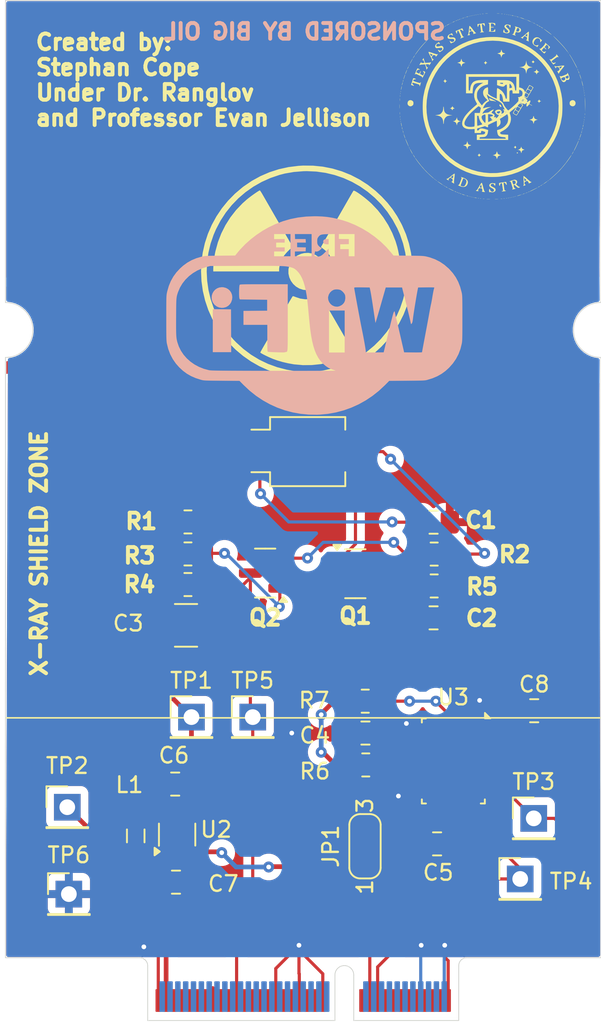
<source format=kicad_pcb>
(kicad_pcb (version 20241229) (generator "pcbnew") (generator_version "9.0")
  (title_block (title "M2 Payload Board") (date "2024-12-29") (rev "1") (company "TEXAS STATE SPACE LAB") (comment 1 "STEPHAN COPE"))
  (layers (0 "F.Cu" signal) (2 "B.Cu" signal) (13 "F.Paste" user) (15 "B.Paste" user) (5 "F.SilkS" user "F.Silkscreen") (7 "B.SilkS" user "B.Silkscreen") (1 "F.Mask" user) (3 "B.Mask" user) (25 "Edge.Cuts" user))
  (net 0 "")
  (net 1 "Net-(D1-K)")
  (net 2 "GND")
  (net 3 "Net-(Q2-E)")
  (net 4 "+5V")
  (net 5 "3.3V")
  (net 6 "Net-(D1-A)")
  (net 17 "AnalogOut1")
  (net 27 "SCL")
  (net 29 "SDA")
  (net 33 "Net-(U3-CAP)")
  (net 43 "unconnected-(J2-F7-Pad61)")
  (net 44 "Net-(Q1-C)")
  (net 45 "Net-(U2-SW)")
  (net 46 "/NRST")
  (net 47 "/NBOOT")
  (net 61 "Net-(JP1-C)")
  (footprint "clipboard:1ed5f63a-43b4-4f26-98b1-b340891fc41e" (layer "F.Cu") (at 129.25 90.39)
    (property "Reference" "" (at 0 0 0) (layer "F.SilkS") (effects (font (size 1.27 1.27))))
    (property "Value" "")
    (pad "76" smd custom (at 0 0) (size 0.254 0.254) (layers "F.Cu" "F.Mask") (net 2 "GND") (options (clearance outline) (anchor circle)) (primitives (gr_poly (pts (xy -1.760412 -2.693444) (xy -1.432764 -2.596636) (xy -1.119232 -2.460904) (xy -0.824422 -2.288241) (xy -0.552664 -2.081185) (xy -0.307948 -1.842774) (xy -0.09387 -1.576511) (xy 0.086427 -1.286308) (xy 0.230295 -0.976425) (xy 0.335621 -0.651414) (xy 0.400857 -0.31605) (xy 0.425057 0.024911) (xy 0.403244 0.366712) (xy 0.339835 0.703134) (xy 0.235774 1.029281) (xy 0.09262 1.340259) (xy -0.087478 1.631403) (xy -0.301819 1.898346) (xy -0.547187 2.137083) (xy -0.8199 2.344031) (xy -1.115869 2.516087) (xy -1.43136 2.650972) (xy -2.125 2.806214) (xy -2.125 2.003231) (xy -1.839643 1.963611) (xy -1.585462 1.890309) (xy -1.344294 1.781576) (xy -1.121069 1.639637) (xy -0.920302 1.467364) (xy -0.746103 1.268278) (xy -0.602008 1.046426) (xy -0.490954 0.806329) (xy -0.415198 0.552866) (xy -0.376286 0.291208) (xy -0.375 0.025) (xy -0.376286 -0.241207) (xy -0.415198 -0.502865) (xy -0.490954 -0.756328) (xy -0.602008 -0.996425) (xy -0.746103 -1.218277) (xy -0.920302 -1.417363) (xy -1.121069 -1.589636) (xy -1.344294 -1.731575) (xy -1.585462 -1.840308) (xy -1.839643 -1.91361) (xy -2.125 -1.953231) (xy -2.125 -2.754538)) (width 0) (fill yes))))
  )
  (footprint "Capacitor_SMD:C_0805_2012Metric_Pad1.18x1.45mm_HandSolder" (layer "F.Cu") (at 154.6137 123.1392)
    (property "Reference" "C5" (at 0.0723 1.8288 0) (layer "F.SilkS"))
    (property "Value" "120nF" (hide yes))
    (pad "1" smd roundrect (at -1.0375 0) (size 1.175 1.45) (layers "F.Cu" "F.Mask" "F.Paste") (roundrect_rratio 0.212766) (net 5 "3.3V"))
    (pad "2" smd roundrect (at 1.0375 0) (size 1.175 1.45) (layers "F.Cu" "F.Mask" "F.Paste") (roundrect_rratio 0.212766) (net 2 "GND"))
  )
  (footprint "Capacitor_SMD:C_0805_2012Metric_Pad1.18x1.45mm_HandSolder" (layer "F.Cu") (at 137.9005 119.3292)
    (property "Reference" "C6" (at -0.0801 -1.8288 0) (layer "F.SilkS"))
    (property "Value" "10uF" (hide yes))
    (pad "1" smd roundrect (at -1.0375 0) (size 1.175 1.45) (layers "F.Cu" "F.Mask" "F.Paste") (roundrect_rratio 0.212766) (net 2 "GND"))
    (pad "2" smd roundrect (at 1.0375 0) (size 1.175 1.45) (layers "F.Cu" "F.Mask" "F.Paste") (roundrect_rratio 0.212766) (net 4 "+5V"))
  )
  (footprint "OptoDevice:Osram_BPW34S-SMD" (layer "F.Cu") (at 146.3548 98.1456)
    (property "Reference" "D1" (at 0.01 -3.2 0) (layer "F.SilkS") (effects (font (thickness 0.25) (bold yes))))
    (property "Value" "BPW34-SMD")
    (pad "1" smd roundrect (at -3.05 0 180) (size 1.4 2) (layers "F.Cu" "F.Mask") (roundrect_rratio 0.125) (net 1 "Net-(D1-K)"))
    (pad "2" smd roundrect (at 3.05 0 180) (size 1.4 1.2) (layers "F.Cu" "F.Mask") (roundrect_rratio 0.125) (net 6 "Net-(D1-A)"))
  )
  (footprint "Resistor_SMD:R_0805_2012Metric_Pad1.20x1.40mm_HandSolder" (layer "F.Cu") (at 138.7148 104.6656 180)
    (property "Reference" "R3" (at 3.09 -0.11 180) (layer "F.SilkS") (effects (font (thickness 0.25) (bold yes))))
    (property "Value" "220k" (hide yes))
    (pad "1" smd roundrect (at -1 0 180) (size 1.2 1.4) (layers "F.Cu" "F.Mask" "F.Paste") (roundrect_rratio 0.208333) (net 44 "Net-(Q1-C)"))
    (pad "2" smd roundrect (at 1 0 180) (size 1.2 1.4) (layers "F.Cu" "F.Mask" "F.Paste") (roundrect_rratio 0.208333) (net 4 "+5V"))
  )
  (footprint "Capacitor_SMD:C_0805_2012Metric_Pad1.18x1.45mm_HandSolder" (layer "F.Cu") (at 137.9513 125.5776 180)
    (property "Reference" "C7" (at -3.0187 -0.1016 180) (layer "F.SilkS"))
    (property "Value" "1uF" (hide yes))
    (pad "1" smd roundrect (at -1.0375 0 180) (size 1.175 1.45) (layers "F.Cu" "F.Mask" "F.Paste") (roundrect_rratio 0.212766) (net 2 "GND"))
    (pad "2" smd roundrect (at 1.0375 0 180) (size 1.175 1.45) (layers "F.Cu" "F.Mask" "F.Paste") (roundrect_rratio 0.212766) (net 5 "3.3V"))
  )
  (footprint "Connector_PinHeader_2.54mm:PinHeader_1x01_P2.54mm_Vertical" (layer "F.Cu") (at 138.938 115.062)
    (property "Reference" "TP1" (at 0 -2.33 0) (layer "F.SilkS"))
    (property "Value" "TestPoint" (hide yes))
    (pad "1" thru_hole rect (at 0 0) (size 1.7 1.7) (drill 1) (layers "*.Cu" "*.Mask") (net 4 "+5V"))
  )
  (footprint "Resistor_SMD:R_0805_2012Metric_Pad1.20x1.40mm_HandSolder" (layer "F.Cu") (at 138.7148 102.6256)
    (property "Reference" "R1" (at -2.98 -0.04 0) (layer "F.SilkS") (effects (font (thickness 0.25) (bold yes))))
    (property "Value" "220k" (hide yes))
    (pad "1" smd roundrect (at -1 0) (size 1.2 1.4) (layers "F.Cu" "F.Mask" "F.Paste") (roundrect_rratio 0.208333) (net 4 "+5V"))
    (pad "2" smd roundrect (at 1 0) (size 1.2 1.4) (layers "F.Cu" "F.Mask" "F.Paste") (roundrect_rratio 0.208333) (net 1 "Net-(D1-K)"))
  )
  (footprint "Connector_PinHeader_2.54mm:PinHeader_1x01_P2.54mm_Vertical" (layer "F.Cu") (at 142.8496 115.062)
    (property "Reference" "TP5" (at 0 -2.33 0) (layer "F.SilkS"))
    (property "Value" "TestPoint" (hide yes))
    (pad "1" thru_hole rect (at 0 0) (size 1.7 1.7) (drill 1) (layers "*.Cu" "*.Mask") (net 17 "AnalogOut1"))
  )
  (footprint "Connector_PinHeader_2.54mm:PinHeader_1x01_P2.54mm_Vertical" (layer "F.Cu") (at 159.9184 125.3744)
    (property "Reference" "TP4" (at 3.2512 0.1524 0) (layer "F.SilkS"))
    (property "Value" "TestPoint" (hide yes))
    (pad "1" thru_hole rect (at 0 0) (size 1.7 1.7) (drill 1) (layers "*.Cu" "*.Mask") (net 27 "SCL"))
  )
  (footprint "main_board_footprints_V1.0:SL_Logo" (layer "F.Cu") (at 158.0896 75.946)
    (property "Reference" "REF**" (hide yes))
    (property "Value" "LOGO" (hide yes))
  )
  (footprint "Resistor_SMD:R_0805_2012Metric_Pad1.20x1.40mm_HandSolder" (layer "F.Cu") (at 154.4268 106.7056)
    (property "Reference" "R5" (at 3.05 0.05 0) (layer "F.SilkS") (effects (font (thickness 0.25) (bold yes))))
    (property "Value" "1k" (hide yes))
    (pad "1" smd roundrect (at -1 0) (size 1.2 1.4) (layers "F.Cu" "F.Mask" "F.Paste") (roundrect_rratio 0.208333) (net 3 "Net-(Q2-E)"))
    (pad "2" smd roundrect (at 1 0) (size 1.2 1.4) (layers "F.Cu" "F.Mask" "F.Paste") (roundrect_rratio 0.208333) (net 2 "GND"))
  )
  (footprint "Connector_PinHeader_2.54mm:PinHeader_1x01_P2.54mm_Vertical" (layer "F.Cu") (at 131.1148 126.3396)
    (property "Reference" "TP6" (at 0 -2.4892 0) (layer "F.SilkS"))
    (property "Value" "TestPoint" (hide yes))
    (pad "1" thru_hole rect (at 0 0) (size 1.7 1.7) (drill 1) (layers "*.Cu" "*.Mask") (net 2 "GND"))
  )
  (footprint "Capacitor_SMD:C_0805_2012Metric_Pad1.18x1.45mm_HandSolder" (layer "F.Cu") (at 160.8113 114.6556)
    (property "Reference" "C8" (at 0 -1.68 0) (layer "F.SilkS"))
    (property "Value" "100nF" (hide yes))
    (pad "1" smd roundrect (at -1.0375 0) (size 1.175 1.45) (layers "F.Cu" "F.Mask" "F.Paste") (roundrect_rratio 0.212766) (net 5 "3.3V"))
    (pad "2" smd roundrect (at 1.0375 0) (size 1.175 1.45) (layers "F.Cu" "F.Mask" "F.Paste") (roundrect_rratio 0.212766) (net 2 "GND"))
  )
  (footprint "Capacitor_SMD:C_0805_2012Metric_Pad1.18x1.45mm_HandSolder" (layer "F.Cu") (at 154.3893 108.7376 180)
    (property "Reference" "C2" (at -3.0695 -0.02 180) (layer "F.SilkS") (effects (font (thickness 0.25) (bold yes))))
    (property "Value" "10uF" (hide yes))
    (pad "1" smd roundrect (at -1.0375 0 180) (size 1.175 1.45) (layers "F.Cu" "F.Mask" "F.Paste") (roundrect_rratio 0.212766) (net 2 "GND"))
    (pad "2" smd roundrect (at 1.0375 0 180) (size 1.175 1.45) (layers "F.Cu" "F.Mask" "F.Paste") (roundrect_rratio 0.212766) (net 3 "Net-(Q2-E)"))
  )
  (footprint "Jumper:SolderJumper-3_P1.3mm_Open_RoundedPad1.0x1.5mm_NumberLabels" (layer "F.Cu") (at 150.0124 123.2916 90)
    (property "Reference" "JP1" (at 0 -2.1844 270) (layer "F.SilkS"))
    (property "Value" "SolderJumper_3_Open" (hide yes))
    (fp_text user "3" (at 2.6 0 270) (layer "F.SilkS"))
    (fp_text user "1" (at -2.6 0 270) (layer "F.SilkS"))
    (pad "1" smd custom (at -1.3 0 90) (size 1 0.5) (layers "F.Cu" "F.Mask") (net 5 "3.3V") (options (clearance outline) (anchor rect)) (primitives (gr_circle (center 0 0.25) (end 0.5 0.25) (width 0) (fill yes)) (gr_circle (center 0 -0.25) (end 0.5 -0.25) (width 0) (fill yes)) (gr_poly (pts (xy 0.55 0.75) (xy 0 0.75) (xy 0 -0.75) (xy 0.55 -0.75)) (width 0) (fill yes))))
    (pad "2" smd rect (at 0 0 90) (size 1 1.5) (layers "F.Cu" "F.Mask") (net 61 "Net-(JP1-C)"))
    (pad "3" smd custom (at 1.3 0 90) (size 1 0.5) (layers "F.Cu" "F.Mask") (net 2 "GND") (options (clearance outline) (anchor rect)) (primitives (gr_circle (center 0 0.25) (end 0.5 0.25) (width 0) (fill yes)) (gr_circle (center 0 -0.25) (end 0.5 -0.25) (width 0) (fill yes)) (gr_poly (pts (xy 0 0.75) (xy -0.55 0.75) (xy -0.55 -0.75) (xy 0 -0.75)) (width 0) (fill yes))))
  )
  (footprint "Resistor_SMD:R_0805_2012Metric_Pad1.20x1.40mm_HandSolder" (layer "F.Cu") (at 138.7148 106.6156)
    (property "Reference" "R4" (at -3.1 0 0) (layer "F.SilkS") (effects (font (thickness 0.25) (bold yes))))
    (property "Value" "4.7k" (hide yes))
    (pad "1" smd roundrect (at -1 0) (size 1.2 1.4) (layers "F.Cu" "F.Mask" "F.Paste") (roundrect_rratio 0.208333) (net 4 "+5V"))
    (pad "2" smd roundrect (at 1 0) (size 1.2 1.4) (layers "F.Cu" "F.Mask" "F.Paste") (roundrect_rratio 0.208333) (net 17 "AnalogOut1"))
  )
  (footprint "m2 sata:M.2-CARD-E-22_FUNCTION_STANDARD" (layer "F.Cu") (at 146.07 134.395)
    (property "Reference" "J2" (hide yes))
    (property "Value" "CONN E" (hide yes))
    (fp_line (start -19 -65) (end 19 -65) (stroke (width 0.0508)) (layer "Edge.Cuts"))
    (fp_line (start -19 -45.75) (end -19 -65) (stroke (width 0.05)) (layer "Edge.Cuts"))
    (fp_line (start -19 -42.25) (end -19 -4) (stroke (width 0.05)) (layer "Edge.Cuts"))
    (fp_line (start -10.4 -4) (end -19 -4) (stroke (width 0.0508)) (layer "Edge.Cuts"))
    (fp_line (start -9.925 0) (end -9.925 -3.5) (stroke (width 0.0508)) (layer "Edge.Cuts"))
    (fp_line (start 2.025 -2.9) (end 2.025 0) (stroke (width 0.0508)) (layer "Edge.Cuts"))
    (fp_line (start 2.025 0) (end -9.925 0) (stroke (width 0.0508)) (layer "Edge.Cuts"))
    (fp_line (start 3.225 -2.9) (end 3.225 0) (stroke (width 0.0508)) (layer "Edge.Cuts"))
    (fp_line (start 9.925 -3.5) (end 9.925 0) (stroke (width 0.0508)) (layer "Edge.Cuts"))
    (fp_line (start 9.925 0) (end 3.225 0) (stroke (width 0.0508)) (layer "Edge.Cuts"))
    (fp_line (start 10.4 -4) (end 19 -4) (stroke (width 0.0508)) (layer "Edge.Cuts"))
    (fp_line (start 19 -45.75) (end 19 -65) (stroke (width 0.05)) (layer "Edge.Cuts"))
    (fp_line (start 19 -4) (end 19 -42.25) (stroke (width 0.05)) (layer "Edge.Cuts"))
    (fp_arc (start -19 -45.75) (mid -17.25 -44) (end -19 -42.25) (stroke (width 0.0508)) (layer "Edge.Cuts"))
    (fp_arc (start -10.4 -4) (mid -10.066759 -3.840954) (end -9.925 -3.5) (stroke (width 0.0508)) (layer "Edge.Cuts"))
    (fp_arc (start 2.025 -2.9) (mid 2.625 -3.5) (end 3.225 -2.9) (stroke (width 0.0508)) (layer "Edge.Cuts"))
    (fp_arc (start 9.925 -3.5) (mid 10.065331 -3.84231) (end 10.4 -4) (stroke (width 0.0508)) (layer "Edge.Cuts"))
    (fp_arc (start 19 -42.25) (mid 17.25 -44) (end 19 -45.75) (stroke (width 0.0508)) (layer "Edge.Cuts"))
    (pad "1" smd roundrect (at 9.25 -1.275 180) (size 0.35 1.45) (layers "F.Cu" "F.Mask") (roundrect_rratio 0.1451428571) (net 2 "GND"))
    (pad "2" smd roundrect (at 9 -1.525) (size 0.35 1.95) (layers "B.Cu" "B.Mask") (roundrect_rratio 0.1451428571) (net 2 "GND"))
    (pad "3" smd roundrect (at 8.75 -1.275 180) (size 0.35 1.45) (layers "F.Cu" "F.Mask") (roundrect_rratio 0.1451428571))
    (pad "4" smd roundrect (at 8.5 -1.525) (size 0.35 1.95) (layers "B.Cu" "B.Mask") (roundrect_rratio 0.1451428571))
    (pad "5" smd roundrect (at 8.25 -1.275 180) (size 0.35 1.45) (layers "F.Cu" "F.Mask") (roundrect_rratio 0.1451428571))
    (pad "6" smd roundrect (at 8 -1.525) (size 0.35 1.95) (layers "B.Cu" "B.Mask") (roundrect_rratio 0.1451428571))
    (pad "7" smd roundrect (at 7.75 -1.275 180) (size 0.35 1.45) (layers "F.Cu" "F.Mask") (roundrect_rratio 0.1451428571))
    (pad "8" smd roundrect (at 7.5 -1.525) (size 0.35 1.95) (layers "B.Cu" "B.Mask") (roundrect_rratio 0.1451428571) (net 2 "GND"))
    (pad "9" smd roundrect (at 7.25 -1.275 180) (size 0.35 1.45) (layers "F.Cu" "F.Mask") (roundrect_rratio 0.1451428571))
    (pad "10" smd roundrect (at 7 -1.525) (size 0.35 1.95) (layers "B.Cu" "B.Mask") (roundrect_rratio 0.1451428571))
    (pad "11" smd roundrect (at 6.75 -1.275 180) (size 0.35 1.45) (layers "F.Cu" "F.Mask") (roundrect_rratio 0.1451428571))
    (pad "12" smd roundrect (at 6.5 -1.525) (size 0.35 1.95) (layers "B.Cu" "B.Mask") (roundrect_rratio 0.1451428571))
    (pad "13" smd roundrect (at 6.25 -1.275 180) (size 0.35 1.45) (layers "F.Cu" "F.Mask") (roundrect_rratio 0.1451428571))
    (pad "14" smd roundrect (at 6 -1.525) (size 0.35 1.95) (layers "B.Cu" "B.Mask") (roundrect_rratio 0.1451428571))
    (pad "15" smd roundrect (at 5.75 -1.275 180) (size 0.35 1.45) (layers "F.Cu" "F.Mask") (roundrect_rratio 0.1451428571))
    (pad "16" smd roundrect (at 5.5 -1.525) (size 0.35 1.95) (layers "B.Cu" "B.Mask") (roundrect_rratio 0.1451428571))
    (pad "17" smd roundrect (at 5.25 -1.275 180) (size 0.35 1.45) (layers "F.Cu" "F.Mask") (roundrect_rratio 0.1451428571))
    (pad "18" smd roundrect (at 5 -1.525) (size 0.35 1.95) (layers "B.Cu" "B.Mask") (roundrect_rratio 0.1451428571))
    (pad "19" smd roundrect (at 4.75 -1.275 180) (size 0.35 1.45) (layers "F.Cu" "F.Mask") (roundrect_rratio 0.1451428571) (net 29 "SDA"))
    (pad "20" smd roundrect (at 4.5 -1.525) (size 0.35 1.95) (layers "B.Cu" "B.Mask") (roundrect_rratio 0.1451428571))
    (pad "21" smd roundrect (at 4.25 -1.275 180) (size 0.35 1.45) (layers "F.Cu" "F.Mask") (roundrect_rratio 0.1451428571) (net 27 "SCL"))
    (pad "22" smd roundrect (at 4 -1.525) (size 0.35 1.95) (layers "B.Cu" "B.Mask") (roundrect_rratio 0.1451428571))
    (pad "23" smd roundrect (at 3.75 -1.275 180) (size 0.35 1.45) (layers "F.Cu" "F.Mask") (roundrect_rratio 0.1451428571))
    (pad "32" smd roundrect (at 1.5 -1.525) (size 0.35 1.95) (layers "B.Cu" "B.Mask") (roundrect_rratio 0.1451428571))
    (pad "33" smd roundrect (at 1.25 -1.275 180) (size 0.35 1.45) (layers "F.Cu" "F.Mask") (roundrect_rratio 0.1451428571) (net 2 "GND"))
    (pad "34" smd roundrect (at 1 -1.525) (size 0.35 1.95) (layers "B.Cu" "B.Mask") (roundrect_rratio 0.1451428571))
    (pad "35" smd roundrect (at 0.75 -1.275 180) (size 0.35 1.45) (layers "F.Cu" "F.Mask") (roundrect_rratio 0.1451428571))
    (pad "36" smd roundrect (at 0.5 -1.525) (size 0.35 1.95) (layers "B.Cu" "B.Mask") (roundrect_rratio 0.1451428571))
    (pad "37" smd roundrect (at 0.25 -1.275 180) (size 0.35 1.45) (layers "F.Cu" "F.Mask") (roundrect_rratio 0.1451428571))
    (pad "38" smd roundrect (at 0 -1.525) (size 0.35 1.95) (layers "B.Cu" "B.Mask") (roundrect_rratio 0.1451428571))
    (pad "39" smd roundrect (at -0.25 -1.275 180) (size 0.35 1.45) (layers "F.Cu" "F.Mask") (roundrect_rratio 0.1451428571) (net 2 "GND"))
    (pad "40" smd roundrect (at -0.5 -1.525) (size 0.35 1.95) (layers "B.Cu" "B.Mask") (roundrect_rratio 0.1451428571))
    (pad "41" smd roundrect (at -0.75 -1.275 180) (size 0.35 1.45) (layers "F.Cu" "F.Mask") (roundrect_rratio 0.1451428571))
    (pad "42" smd roundrect (at -1 -1.525) (size 0.35 1.95) (layers "B.Cu" "B.Mask") (roundrect_rratio 0.1451428571))
    (pad "43" smd roundrect (at -1.25 -1.275 180) (size 0.35 1.45) (layers "F.Cu" "F.Mask") (roundrect_rratio 0.1451428571))
    (pad "44" smd roundrect (at -1.5 -1.525) (size 0.35 1.95) (layers "B.Cu" "B.Mask") (roundrect_rratio 0.1451428571))
    (pad "45" smd roundrect (at -1.75 -1.275 180) (size 0.35 1.45) (layers "F.Cu" "F.Mask") (roundrect_rratio 0.1451428571) (net 2 "GND"))
    (pad "46" smd roundrect (at -2 -1.525) (size 0.35 1.95) (layers "B.Cu" "B.Mask") (roundrect_rratio 0.1451428571))
    (pad "47" smd roundrect (at -2.25 -1.275 180) (size 0.35 1.45) (layers "F.Cu" "F.Mask") (roundrect_rratio 0.1451428571))
    (pad "48" smd roundrect (at -2.5 -1.525) (size 0.35 1.95) (layers "B.Cu" "B.Mask") (roundrect_rratio 0.1451428571))
    (pad "49" smd roundrect (at -2.75 -1.275 180) (size 0.35 1.45) (layers "F.Cu" "F.Mask") (roundrect_rratio 0.1451428571))
    (pad "50" smd roundrect (at -3 -1.525) (size 0.35 1.95) (layers "B.Cu" "B.Mask") (roundrect_rratio 0.1451428571))
    (pad "51" smd roundrect (at -3.25 -1.275 180) (size 0.35 1.45) (layers "F.Cu" "F.Mask") (roundrect_rratio 0.1451428571))
    (pad "52" smd roundrect (at -3.5 -1.525) (size 0.35 1.95) (layers "B.Cu" "B.Mask") (roundrect_rratio 0.1451428571))
    (pad "53" smd roundrect (at -3.75 -1.275 180) (size 0.35 1.45) (layers "F.Cu" "F.Mask") (roundrect_rratio 0.1451428571))
    (pad "54" smd roundrect (at -4 -1.525) (size 0.35 1.95) (layers "B.Cu" "B.Mask") (roundrect_rratio 0.1451428571))
    (pad "55" smd roundrect (at -4.25 -1.275 180) (size 0.35 1.45) (layers "F.Cu" "F.Mask") (roundrect_rratio 0.1451428571) (net 17 "AnalogOut1"))
    (pad "56" smd roundrect (at -4.5 -1.525) (size 0.35 1.95) (layers "B.Cu" "B.Mask") (roundrect_rratio 0.1451428571))
    (pad "57" smd roundrect (at -4.75 -1.275 180) (size 0.35 1.45) (layers "F.Cu" "F.Mask") (roundrect_rratio 0.1451428571))
    (pad "58" smd roundrect (at -5 -1.525) (size 0.35 1.95) (layers "B.Cu" "B.Mask") (roundrect_rratio 0.1451428571))
    (pad "59" smd roundrect (at -5.25 -1.275 180) (size 0.35 1.45) (layers "F.Cu" "F.Mask") (roundrect_rratio 0.1451428571))
    (pad "60" smd roundrect (at -5.5 -1.525) (size 0.35 1.95) (layers "B.Cu" "B.Mask") (roundrect_rratio 0.1451428571))
    (pad "61" smd roundrect (at -5.75 -1.275 180) (size 0.35 1.45) (layers "F.Cu" "F.Mask") (roundrect_rratio 0.1451428571) (net 43 "unconnected-(J2-F7-Pad61)"))
    (pad "62" smd roundrect (at -6 -1.525) (size 0.35 1.95) (layers "B.Cu" "B.Mask") (roundrect_rratio 0.1451428571))
    (pad "63" smd roundrect (at -6.25 -1.275 180) (size 0.35 1.45) (layers "F.Cu" "F.Mask") (roundrect_rratio 0.1451428571))
    (pad "64" smd roundrect (at -6.5 -1.525) (size 0.35 1.95) (layers "B.Cu" "B.Mask") (roundrect_rratio 0.1451428571))
    (pad "65" smd roundrect (at -6.75 -1.275 180) (size 0.35 1.45) (layers "F.Cu" "F.Mask") (roundrect_rratio 0.1451428571))
    (pad "66" smd roundrect (at -7 -1.525) (size 0.35 1.95) (layers "B.Cu" "B.Mask") (roundrect_rratio 0.1451428571))
    (pad "67" smd roundrect (at -7.25 -1.275 180) (size 0.35 1.45) (layers "F.Cu" "F.Mask") (roundrect_rratio 0.1451428571))
    (pad "68" smd roundrect (at -7.5 -1.525) (size 0.35 1.95) (layers "B.Cu" "B.Mask") (roundrect_rratio 0.1451428571))
    (pad "69" smd roundrect (at -7.75 -1.275 180) (size 0.35 1.45) (layers "F.Cu" "F.Mask") (roundrect_rratio 0.1451428571))
    (pad "70" smd roundrect (at -8 -1.525) (size 0.35 1.95) (layers "B.Cu" "B.Mask") (roundrect_rratio 0.1451428571))
    (pad "71" smd roundrect (at -8.25 -1.275 180) (size 0.35 1.45) (layers "F.Cu" "F.Mask") (roundrect_rratio 0.1451428571))
    (pad "72" smd roundrect (at -8.5 -1.525) (size 0.35 1.95) (layers "B.Cu" "B.Mask") (roundrect_rratio 0.1451428571))
    (pad "73" smd roundrect (at -8.75 -1.275 180) (size 0.35 1.45) (layers "F.Cu" "F.Mask") (roundrect_rratio 0.1451428571) (net 5 "3.3V"))
    (pad "74" smd roundrect (at -9 -1.525) (size 0.35 1.95) (layers "B.Cu" "B.Mask") (roundrect_rratio 0.1451428571))
    (pad "75" smd roundrect (at -9.25 -1.275 180) (size 0.35 1.45) (layers "F.Cu" "F.Mask") (roundrect_rratio 0.1451428571) (net 2 "GND"))
  )
  (footprint "Package_TO_SOT_SMD:SOT-363_SC-70-6" (layer "F.Cu") (at 138.0236 122.548 90)
    (property "Reference" "U2" (at 0.3232 2.4892 0) (layer "F.SilkS"))
    (property "Value" "LTC3525-5" (hide yes))
    (pad "1" smd roundrect (at -0.95 -0.65 90) (size 0.65 0.4) (layers "F.Cu" "F.Mask" "F.Paste") (net 5 "3.3V"))
    (pad "2" smd roundrect (at -0.95 0 90) (size 0.65 0.4) (layers "F.Cu" "F.Mask" "F.Paste") (net 2 "GND"))
    (pad "3" smd roundrect (at -0.95 0.65 90) (size 0.65 0.4) (layers "F.Cu" "F.Mask" "F.Paste") (net 5 "3.3V"))
    (pad "4" smd roundrect (at 0.95 0.65 90) (size 0.65 0.4) (layers "F.Cu" "F.Mask" "F.Paste") (net 4 "+5V"))
    (pad "5" smd roundrect (at 0.95 0 90) (size 0.65 0.4) (layers "F.Cu" "F.Mask" "F.Paste") (net 2 "GND"))
    (pad "6" smd roundrect (at 0.95 -0.65 90) (size 0.65 0.4) (layers "F.Cu" "F.Mask" "F.Paste") (net 45 "Net-(U2-SW)"))
  )
  (footprint "Package_TO_SOT_SMD:SOT-23" (layer "F.Cu") (at 143.6423 105.8856 180)
    (property "Reference" "Q2" (at 0 -2.84 180) (layer "F.SilkS") (effects (font (thickness 0.25) (bold yes))))
    (property "Value" "BC849" (hide yes))
    (pad "1" smd roundrect (at -0.9375 -0.95 180) (size 1.475 0.6) (layers "F.Cu" "F.Mask" "F.Paste") (net 44 "Net-(Q1-C)"))
    (pad "2" smd roundrect (at -0.9375 0.95 180) (size 1.475 0.6) (layers "F.Cu" "F.Mask" "F.Paste") (net 3 "Net-(Q2-E)"))
    (pad "3" smd roundrect (at 0.9375 0 180) (size 1.475 0.6) (layers "F.Cu" "F.Mask" "F.Paste") (net 17 "AnalogOut1"))
  )
  (footprint "Capacitor_SMD:C_0805_2012Metric_Pad1.18x1.45mm_HandSolder" (layer "F.Cu") (at 150.0417 116.078)
    (property "Reference" "C4" (at -3.2297 0.1524 0) (layer "F.SilkS"))
    (property "Value" "1uF" (hide yes))
    (pad "1" smd roundrect (at -1.0375 0) (size 1.175 1.45) (layers "F.Cu" "F.Mask" "F.Paste") (roundrect_rratio 0.212766) (net 2 "GND"))
    (pad "2" smd roundrect (at 1.0375 0) (size 1.175 1.45) (layers "F.Cu" "F.Mask" "F.Paste") (roundrect_rratio 0.212766) (net 33 "Net-(U3-CAP)"))
  )
  (footprint "clipboard:2f676a81-0322-4e65-8599-54a73c12dd12" (layer "F.Cu") (at 162.65 90.4)
    (property "Reference" "" (at 0 0 0) (layer "F.SilkS") (effects (font (size 1.27 1.27))))
    (property "Value" "")
    (pad "77" smd custom (at 0 0) (size 0.254 0.254) (layers "F.Cu" "F.Mask") (net 2 "GND") (options (clearance outline) (anchor circle)) (primitives (gr_poly (pts (xy 2.225 -1.978231) (xy 1.939643 -1.93861) (xy 1.685462 -1.865308) (xy 1.444294 -1.756575) (xy 1.221069 -1.614636) (xy 1.020302 -1.442363) (xy 0.846103 -1.243277) (xy 0.702008 -1.021425) (xy 0.590954 -0.781328) (xy 0.515198 -0.527865) (xy 0.476286 -0.266207) (xy 0.475 0) (xy 0.476286 0.266208) (xy 0.515198 0.527866) (xy 0.590954 0.781329) (xy 0.702008 1.021426) (xy 0.846103 1.243278) (xy 1.020302 1.442364) (xy 1.221069 1.614637) (xy 1.444294 1.756576) (xy 1.685462 1.865309) (xy 1.939643 1.938611) (xy 2.225 1.978231) (xy 2.225 2.775) (xy 2.197919 2.775) (xy 1.860412 2.718444) (xy 1.532763 2.621636) (xy 1.219231 2.485903) (xy 0.924422 2.313241) (xy 0.652664 2.106184) (xy 0.407948 1.867774) (xy 0.193871 1.601511) (xy 0.013573 1.311307) (xy -0.130294 1.001425) (xy -0.235855 0.675689) (xy -0.322003 0.024313) (xy -0.326593 0.024166) (xy -0.325106 0.000852) (xy -0.328285 -0.023192) (xy -0.323551 -0.023503) (xy -0.303244 -0.341711) (xy -0.239835 -0.678134) (xy -0.135774 -1.004281) (xy 0.00738 -1.315258) (xy 0.187478 -1.606403) (xy 0.401819 -1.873345) (xy 0.647187 -2.112082) (xy 0.9199 -2.31903) (xy 1.215869 -2.491086) (xy 1.53136 -2.625971) (xy 2.225 -2.781214)) (width 0) (fill yes))))
  )
  (footprint "Connector_PinHeader_2.54mm:PinHeader_1x01_P2.54mm_Vertical" (layer "F.Cu") (at 131.0132 120.8024)
    (property "Reference" "TP2" (at 0 -2.6416 0) (layer "F.SilkS"))
    (property "Value" "TestPoint" (hide yes))
    (pad "1" thru_hole rect (at 0 0) (size 1.7 1.7) (drill 1) (layers "*.Cu" "*.Mask") (net 5 "3.3V"))
  )
  (footprint "Resistor_SMD:R_0805_2012Metric_Pad1.20x1.40mm_HandSolder" (layer "F.Cu") (at 150.0632 118.11)
    (property "Reference" "R6" (at -3.2512 0.4064 0) (layer "F.SilkS"))
    (property "Value" "10k" (hide yes))
    (pad "1" smd roundrect (at -1 0) (size 1.2 1.4) (layers "F.Cu" "F.Mask" "F.Paste") (roundrect_rratio 0.208333) (net 5 "3.3V"))
    (pad "2" smd roundrect (at 1 0) (size 1.2 1.4) (layers "F.Cu" "F.Mask" "F.Paste") (roundrect_rratio 0.208333) (net 46 "/NRST"))
  )
  (footprint "Capacitor_SMD:C_1210_3225Metric_Pad1.33x2.70mm_HandSolder" (layer "F.Cu") (at 138.5923 109.2156)
    (property "Reference" "C3" (at -3.69 -0.13 0) (layer "F.SilkS"))
    (property "Value" "100uF" (hide yes))
    (pad "1" smd roundrect (at -1.5625 0) (size 1.325 2.7) (layers "F.Cu" "F.Mask" "F.Paste") (roundrect_rratio 0.188679) (net 4 "+5V"))
    (pad "2" smd roundrect (at 1.5625 0) (size 1.325 2.7) (layers "F.Cu" "F.Mask" "F.Paste") (roundrect_rratio 0.188679) (net 2 "GND"))
  )
  (footprint "Package_LGA:LGA-28_5.2x3.8mm_P0.5mm" (layer "F.Cu") (at 155.6512 117.856 -90)
    (property "Reference" "U3" (at -4.064 0 180) (layer "F.SilkS"))
    (property "Value" "BNO055" (hide yes))
    (pad "1" smd rect (at -2.25 -1.6625 270) (size 0.254 0.675) (layers "F.Cu" "F.Mask" "F.Paste"))
    (pad "2" smd rect (at -2.3875 -0.75) (size 0.254 0.675) (layers "F.Cu" "F.Mask" "F.Paste") (net 2 "GND"))
    (pad "3" smd rect (at -2.3875 -0.25) (size 0.254 0.675) (layers "F.Cu" "F.Mask" "F.Paste") (net 5 "3.3V"))
    (pad "4" smd rect (at -2.3875 0.25) (size 0.254 0.675) (layers "F.Cu" "F.Mask" "F.Paste") (net 47 "/NBOOT"))
    (pad "5" smd rect (at -2.3875 0.75) (size 0.254 0.675) (layers "F.Cu" "F.Mask" "F.Paste") (net 2 "GND"))
    (pad "6" smd rect (at -2.25 1.6625 270) (size 0.254 0.675) (layers "F.Cu" "F.Mask" "F.Paste") (net 2 "GND"))
    (pad "7" smd rect (at -1.75 1.6625 270) (size 0.254 0.675) (layers "F.Cu" "F.Mask" "F.Paste"))
    (pad "8" smd rect (at -1.25 1.6625 270) (size 0.254 0.675) (layers "F.Cu" "F.Mask" "F.Paste"))
    (pad "9" smd rect (at -0.75 1.6625 270) (size 0.254 0.675) (layers "F.Cu" "F.Mask" "F.Paste") (net 33 "Net-(U3-CAP)"))
    (pad "10" smd rect (at -0.25 1.6625 270) (size 0.254 0.675) (layers "F.Cu" "F.Mask" "F.Paste"))
    (pad "11" smd rect (at 0.25 1.6625 270) (size 0.254 0.675) (layers "F.Cu" "F.Mask" "F.Paste") (net 46 "/NRST"))
    (pad "12" smd rect (at 0.75 1.6625 270) (size 0.254 0.675) (layers "F.Cu" "F.Mask" "F.Paste"))
    (pad "13" smd rect (at 1.25 1.6625 270) (size 0.254 0.675) (layers "F.Cu" "F.Mask" "F.Paste"))
    (pad "14" smd rect (at 1.75 1.6625 270) (size 0.254 0.675) (layers "F.Cu" "F.Mask" "F.Paste"))
    (pad "15" smd rect (at 2.25 1.6625 270) (size 0.254 0.675) (layers "F.Cu" "F.Mask" "F.Paste") (net 2 "GND"))
    (pad "16" smd rect (at 2.3875 0.75) (size 0.254 0.675) (layers "F.Cu" "F.Mask" "F.Paste") (net 2 "GND"))
    (pad "17" smd rect (at 2.3875 0.25) (size 0.254 0.675) (layers "F.Cu" "F.Mask" "F.Paste") (net 61 "Net-(JP1-C)"))
    (pad "18" smd rect (at 2.3875 -0.25) (size 0.254 0.675) (layers "F.Cu" "F.Mask" "F.Paste") (net 2 "GND"))
    (pad "19" smd rect (at 2.3875 -0.75) (size 0.254 0.675) (layers "F.Cu" "F.Mask" "F.Paste") (net 27 "SCL"))
    (pad "20" smd rect (at 2.25 -1.6625 270) (size 0.254 0.675) (layers "F.Cu" "F.Mask" "F.Paste") (net 29 "SDA"))
    (pad "21" smd rect (at 1.75 -1.6625 270) (size 0.254 0.675) (layers "F.Cu" "F.Mask" "F.Paste"))
    (pad "22" smd rect (at 1.25 -1.6625 270) (size 0.254 0.675) (layers "F.Cu" "F.Mask" "F.Paste"))
    (pad "23" smd rect (at 0.75 -1.6625 270) (size 0.254 0.675) (layers "F.Cu" "F.Mask" "F.Paste"))
    (pad "24" smd rect (at 0.25 -1.6625 270) (size 0.254 0.675) (layers "F.Cu" "F.Mask" "F.Paste"))
    (pad "25" smd rect (at -0.25 -1.6625 270) (size 0.254 0.675) (layers "F.Cu" "F.Mask" "F.Paste") (net 2 "GND"))
    (pad "26" smd rect (at -0.75 -1.6625 270) (size 0.254 0.675) (layers "F.Cu" "F.Mask" "F.Paste"))
    (pad "27" smd rect (at -1.25 -1.6625 270) (size 0.254 0.675) (layers "F.Cu" "F.Mask" "F.Paste"))
    (pad "28" smd rect (at -1.75 -1.6625 270) (size 0.254 0.675) (layers "F.Cu" "F.Mask" "F.Paste") (net 5 "3.3V"))
  )
  (footprint "Resistor_SMD:R_0805_2012Metric_Pad1.20x1.40mm_HandSolder" (layer "F.Cu") (at 154.4268 104.6736 180)
    (property "Reference" "R2" (at -5.136 -0.0252 180) (layer "F.SilkS") (effects (font (thickness 0.25) (bold yes))))
    (property "Value" "2.2M" (hide yes))
    (pad "1" smd roundrect (at -1 0 180) (size 1.2 1.4) (layers "F.Cu" "F.Mask" "F.Paste") (roundrect_rratio 0.208333) (net 6 "Net-(D1-A)"))
    (pad "2" smd roundrect (at 1 0 180) (size 1.2 1.4) (layers "F.Cu" "F.Mask" "F.Paste") (roundrect_rratio 0.208333) (net 3 "Net-(Q2-E)"))
  )
  (footprint "Package_TO_SOT_SMD:SOT-23" (layer "F.Cu") (at 149.3973 105.9256)
    (property "Reference" "Q1" (at 0.0025 2.69 0) (layer "F.SilkS") (effects (font (thickness 0.25) (bold yes))))
    (property "Value" "BC849")
    (pad "1" smd roundrect (at -0.9375 -0.95) (size 1.475 0.6) (layers "F.Cu" "F.Mask" "F.Paste") (net 6 "Net-(D1-A)"))
    (pad "2" smd roundrect (at -0.9375 0.95) (size 1.475 0.6) (layers "F.Cu" "F.Mask" "F.Paste") (net 2 "GND"))
    (pad "3" smd roundrect (at 0.9375 0) (size 1.475 0.6) (layers "F.Cu" "F.Mask" "F.Paste") (net 44 "Net-(Q1-C)"))
  )
  (footprint "Inductor_SMD:L_0805_2012Metric_Pad1.05x1.20mm_HandSolder" (layer "F.Cu") (at 135.382 122.6312 90)
    (property "Reference" "L1" (at 3.2512 -0.4064 0) (layer "F.SilkS"))
    (property "Value" "10uH" (hide yes))
    (pad "1" smd roundrect (at -1.15 0 90) (size 1.05 1.2) (layers "F.Cu" "F.Mask" "F.Paste") (roundrect_rratio 0.238095) (net 5 "3.3V"))
    (pad "2" smd roundrect (at 1.15 0 90) (size 1.05 1.2) (layers "F.Cu" "F.Mask" "F.Paste") (roundrect_rratio 0.238095) (net 45 "Net-(U2-SW)"))
  )
  (footprint "m2 sata:radiation_symbol2" (layer "F.Cu") (at 146.304 86.6648)
    (property "Reference" "G***" (hide yes))
    (property "Value" "LOGO" (hide yes))
  )
  (footprint "Resistor_SMD:R_0805_2012Metric_Pad1.20x1.40mm_HandSolder" (layer "F.Cu") (at 150.0284 114.046)
    (property "Reference" "R7" (at -3.2672 -0.0508 0) (layer "F.SilkS"))
    (property "Value" "10k" (hide yes))
    (pad "1" smd roundrect (at -1 0) (size 1.2 1.4) (layers "F.Cu" "F.Mask" "F.Paste") (roundrect_rratio 0.208333) (net 5 "3.3V"))
    (pad "2" smd roundrect (at 1 0) (size 1.2 1.4) (layers "F.Cu" "F.Mask" "F.Paste") (roundrect_rratio 0.208333) (net 47 "/NBOOT"))
  )
  (footprint "Connector_PinHeader_2.54mm:PinHeader_1x01_P2.54mm_Vertical" (layer "F.Cu") (at 160.782 121.5136)
    (property "Reference" "TP3" (at 0 -2.33 0) (layer "F.SilkS"))
    (property "Value" "TestPoint" (hide yes))
    (pad "1" thru_hole rect (at 0 0) (size 1.7 1.7) (drill 1) (layers "*.Cu" "*.Mask") (net 29 "SDA"))
  )
  (footprint "Capacitor_SMD:C_0805_2012Metric_Pad1.18x1.45mm_HandSolder" (layer "F.Cu") (at 154.3893 102.6416)
    (property "Reference" "C1" (at 3.0265 -0.127 0) (layer "F.SilkS") (effects (font (thickness 0.25) (bold yes))))
    (property "Value" "100nF" (hide yes))
    (pad "1" smd roundrect (at -1.0375 0) (size 1.175 1.45) (layers "F.Cu" "F.Mask" "F.Paste") (roundrect_rratio 0.212766) (net 1 "Net-(D1-K)"))
    (pad "2" smd roundrect (at 1.0375 0) (size 1.175 1.45) (layers "F.Cu" "F.Mask" "F.Paste") (roundrect_rratio 0.212766) (net 2 "GND"))
  )
  (footprint "m2 sata:x3" (layer "B.Cu") (at 146.78 89.46 180)
    (property "Reference" "G***" (hide yes))
    (property "Value" "LOGO" (hide yes))
  )
  (gr_line (start 127.15 115.11) (end 164.99 115.11) (stroke (width 0.1)) (layer "F.SilkS"))
  (gr_text "X-RAY SHIELD ZONE\n" (at 129.794 112.5728 90) (layer "F.SilkS") (effects (font (size 1 1) (thickness 0.25) (bold yes)) (justify left bottom)))
  (gr_text "Created by:\nStephan Cope\nUnder Dr. Ranglov \nand Professor Evan Jellison\n" (at 128.8796 77.47 0) (layer "F.SilkS") (effects (font (size 1 1) (thickness 0.25) (bold yes)) (justify left bottom)))
  (gr_text "SPONSORED BY BIG OIL" (at 155.27 71.97 0) (layer "B.SilkS") (effects (font (size 1 1) (thickness 0.25) (bold yes)) (justify left bottom mirror)))
  (segment (start 139.7148 101.7356) (end 139.7148 102.6256) (width 0.2) (layer "F.Cu") (net 1))
  (segment (start 153.3518 102.6416) (end 151.7608 102.6416) (width 0.2) (layer "F.Cu") (net 1))
  (segment (start 143.3048 98.1456) (end 139.7148 101.7356) (width 0.2) (layer "F.Cu") (net 1))
  (segment (start 143.3048 100.7856) (end 143.3048 98.1456) (width 0.2) (layer "F.Cu") (net 1))
  (segment (start 151.7608 102.6416) (end 151.7448 102.6256) (width 0.2) (layer "F.Cu") (net 1))
  (segment (start 143.3448 100.8256) (end 143.3048 100.7856) (width 0.2) (layer "F.Cu") (net 1))
  (via (at 151.7448 102.6256) (size 0.7) (drill 0.3) (layers "F.Cu" "B.Cu") (net 1))
  (via (at 143.3448 100.8256) (size 0.7) (drill 0.3) (layers "F.Cu" "B.Cu") (net 1))
  (segment (start 151.7448 102.6256) (end 145.1448 102.6256) (width 0.2) (layer "B.Cu") (net 1))
  (segment (start 145.1448 102.6256) (end 143.3448 100.8256) (width 0.2) (layer "B.Cu") (net 1))
  (segment (start 154.9012 115.4685) (end 154.1262 115.4685) (width 0.2) (layer "F.Cu") (net 2))
  (segment (start 155.1 130.36) (end 155.32 130.58) (width 0.2) (layer "F.Cu") (net 2))
  (segment (start 154.1262 115.4685) (end 153.9887 115.606) (width 0.2) (layer "F.Cu") (net 2))
  (segment (start 145.8 129.6) (end 145.8 129.9) (width 0.2) (layer "F.Cu") (net 2))
  (segment (start 157.2768 114.046) (end 157.2768 113.9952) (width 0.2) (layer "F.Cu") (net 2))
  (segment (start 152.7048 115.5192) (end 152.7048 115.4684) (width 0.2) (layer "F.Cu") (net 2))
  (segment (start 149.0042 116.078) (end 145.3388 116.078) (width 0.3) (layer "F.Cu") (net 2))
  (segment (start 154.1262 120.2435) (end 153.9887 120.106) (width 0.2) (layer "F.Cu") (net 2))
  (segment (start 152.654 115.4684) (end 152.654 115.4684) (width 0.2) (layer "F.Cu") (net 2))
  (segment (start 145.8 129.6) (end 144.32 131.08) (width 0.2) (layer "F.Cu") (net 2))
  (segment (start 145.3388 116.078) (end 145.288 116.078) (width 0.3) (layer "F.Cu") (net 2))
  (segment (start 136.82 133.12) (end 136.82 130.08) (width 0.2) (layer "F.Cu") (net 2))
  (segment (start 145.8 129.6) (end 145.8 131.4) (width 0.2) (layer "F.Cu") (net 2))
  (segment (start 135.9 129.7) (end 135.8 129.7) (width 0.2) (layer "F.Cu") (net 2))
  (segment (start 152.182 120.106) (end 152.1968 120.0912) (width 0.2) (layer "F.Cu") (net 2))
  (segment (start 156.4012 117.4376) (end 156.5696 117.606) (width 0.2) (layer "F.Cu") (net 2))
  (segment (start 155.1 129.6) (end 155.1 130.36) (width 0.2) (layer "F.Cu") (net 2))
  (segment (start 157.2768 113.9952) (end 157.3276 113.9952) (width 0.2) (layer "F.Cu") (net 2))
  (segment (start 144.32 131.08) (end 144.32 133.12) (width 0.2) (layer "F.Cu") (net 2))
  (segment (start 155.32 130.58) (end 155.32 133.12) (width 0.2) (layer "F.Cu") (net 2))
  (segment (start 145.82 131.42) (end 145.82 133.12) (width 0.2) (layer "F.Cu") (net 2))
  (segment (start 152.1968 120.0912) (end 152.146 120.0912) (width 0.2) (layer "F.Cu") (net 2))
  (segment (start 155.9012 120.2435) (end 155.9012 122.8892) (width 0.2) (layer "F.Cu") (net 2))
  (segment (start 138.0236 123.498) (end 138.0236 121.598) (width 0.3) (layer "F.Cu") (net 2))
  (segment (start 156.4012 114.9216) (end 157.2768 114.046) (width 0.2) (layer "F.Cu") (net 2))
  (segment (start 156.5696 117.606) (end 157.3137 117.606) (width 0.2) (layer "F.Cu") (net 2))
  (segment (start 156.4012 115.4685) (end 156.4012 117.4376) (width 0.2) (layer "F.Cu") (net 2))
  (segment (start 152.146 120.142) (end 152.146 120.142) (width 0.2) (layer "F.Cu") (net 2))
  (segment (start 156.4012 115.4685) (end 156.4012 114.9216) (width 0.2) (layer "F.Cu") (net 2))
  (segment (start 136.44 129.7) (end 135.9 129.7) (width 0.2) (layer "F.Cu") (net 2))
  (segment (start 147.32 131.42) (end 147.32 133.12) (width 0.2) (layer "F.Cu") (net 2))
  (segment (start 152.146 120.0912) (end 152.146 120.142) (width 0.2) (layer "F.Cu") (net 2))
  (segment (start 136.82 130.08) (end 136.44 129.7) (width 0.2) (layer "F.Cu") (net 2))
  (segment (start 157.3276 113.9952) (end 157.3022 114.0206) (width 0.2) (layer "F.Cu") (net 2))
  (segment (start 153.9887 120.106) (end 152.182 120.106) (width 0.2) (layer "F.Cu") (net 2))
  (segment (start 153.9887 115.606) (end 152.7916 115.606) (width 0.2) (layer "F.Cu") (net 2))
  (segment (start 145.8 131.4) (end 145.82 131.42) (width 0.2) (layer "F.Cu") (net 2))
  (segment (start 152.7048 115.4684) (end 152.654 115.4684) (width 0.2) (layer "F.Cu") (net 2))
  (segment (start 154.9012 120.2435) (end 154.1262 120.2435) (width 0.2) (layer "F.Cu") (net 2))
  (segment (start 152.7916 115.606) (end 152.7048 115.5192) (width 0.2) (layer "F.Cu") (net 2))
  (segment (start 145.8 129.9) (end 147.32 131.42) (width 0.2) (layer "F.Cu") (net 2))
  (segment (start 155.9012 122.8892) (end 155.6512 123.1392) (width 0.2) (layer "F.Cu") (net 2))
  (via (at 153.6 129.6) (size 0.7) (drill 0.3) (layers "F.Cu" "B.Cu") (net 2))
  (via (at 155.1 129.6) (size 0.7) (drill 0.3) (layers "F.Cu" "B.Cu") (net 2))
  (via (at 135.9 129.7) (size 0.7) (drill 0.3) (layers "F.Cu" "B.Cu") (net 2))
  (via (at 145.8 129.6) (size 0.7) (drill 0.3) (layers "F.Cu" "B.Cu") (net 2))
  (via (at 152.146 120.0912) (size 0.7) (drill 0.3) (layers "F.Cu" "B.Cu") (net 2))
  (via (at 157.3276 113.9952) (size 0.7) (drill 0.3) (layers "F.Cu" "B.Cu") (net 2))
  (via (at 145.3388 116.078) (size 0.7) (drill 0.3) (layers "F.Cu" "B.Cu") (net 2))
  (via (at 152.654 115.4684) (size 0.7) (drill 0.3) (layers "F.Cu" "B.Cu") (net 2))
  (segment (start 153.57 132.87) (end 153.57 129.63) (width 0.2) (layer "B.Cu") (net 2))
  (segment (start 155.07 132.87) (end 155.07 129.63) (width 0.2) (layer "B.Cu") (net 2))
  (segment (start 155.1 129.6) (end 155.1 129.7) (width 0.2) (layer "B.Cu") (net 2))
  (segment (start 155.07 129.63) (end 155.1 129.6) (width 0.2) (layer "B.Cu") (net 2))
  (segment (start 155.1 129.7) (end 155.07 129.73) (width 0.2) (layer "B.Cu") (net 2))
  (segment (start 153.57 129.63) (end 153.6 129.6) (width 0.2) (layer "B.Cu") (net 2))
  (segment (start 144.5798 104.9356) (end 146.3348 104.9356) (width 0.2) (layer "F.Cu") (net 3))
  (segment (start 152.5928 104.6736) (end 151.8448 103.9256) (width 0.2) (layer "F.Cu") (net 3))
  (segment (start 153.3518 106.7806) (end 153.4268 106.7056) (width 0.2) (layer "F.Cu") (net 3))
  (segment (start 153.3518 108.7376) (end 153.3518 106.7806) (width 0.2) (layer "F.Cu") (net 3))
  (segment (start 153.4268 104.6736) (end 153.4268 106.7056) (width 0.2) (layer "F.Cu") (net 3))
  (segment (start 146.3348 104.9356) (end 146.3448 104.9256) (width 0.2) (layer "F.Cu") (net 3))
  (segment (start 153.4268 104.6736) (end 152.5928 104.6736) (width 0.2) (layer "F.Cu") (net 3))
  (via (at 146.3448 104.9256) (size 0.7) (drill 0.3) (layers "F.Cu" "B.Cu") (net 3))
  (via (at 151.8448 103.9256) (size 0.7) (drill 0.3) (layers "F.Cu" "B.Cu") (net 3))
  (segment (start 147.3448 103.9256) (end 151.8448 103.9256) (width 0.2) (layer "B.Cu") (net 3))
  (segment (start 146.3448 104.9256) (end 147.3448 103.9256) (width 0.2) (layer "B.Cu") (net 3))
  (segment (start 138.938 115.062) (end 137.0076 113.1316) (width 0.3) (layer "F.Cu") (net 4))
  (segment (start 138.938 119.3292) (end 138.938 115.062) (width 0.3) (layer "F.Cu") (net 4))
  (segment (start 137.7148 106.5356) (end 137.0398 107.2106) (width 0.3) (layer "F.Cu") (net 4))
  (segment (start 137.0076 112.6236) (end 137.0298 112.6014) (width 0.3) (layer "F.Cu") (net 4))
  (segment (start 137.7148 102.6256) (end 137.7148 106.5356) (width 0.3) (layer "F.Cu") (net 4))
  (segment (start 138.6736 121.598) (end 138.6736 119.5936) (width 0.3) (layer "F.Cu") (net 4))
  (segment (start 138.6736 119.5936) (end 138.938 119.3292) (width 0.3) (layer "F.Cu") (net 4))
  (segment (start 137.7148 106.5356) (end 137.6948 106.5556) (width 0.16) (layer "F.Cu") (net 4))
  (segment (start 137.0076 113.1316) (end 137.0076 112.6236) (width 0.3) (layer "F.Cu") (net 4))
  (segment (start 137.0398 107.2106) (end 137.0398 109.1856) (width 0.3) (layer "F.Cu") (net 4))
  (segment (start 137.0298 112.6014) (end 137.0298 109.2156) (width 0.3) (layer "F.Cu") (net 4))
  (segment (start 138.6736 123.8178) (end 136.9138 125.5776) (width 0.3) (layer "F.Cu") (net 5))
  (segment (start 150.0124 124.5916) (end 152.1238 124.5916) (width 0.3) (layer "F.Cu") (net 5))
  (segment (start 152.1238 124.5916) (end 153.5762 123.1392) (width 0.3) (layer "F.Cu") (net 5))
  (segment (start 149.86 112.268) (end 149.0284 113.0996) (width 0.2) (layer "F.Cu") (net 5))
  (segment (start 147.1676 114.9096) (end 147.2184 114.8588) (width 0.3) (layer "F.Cu") (net 5))
  (segment (start 155.9012 113.4912) (end 156.21 113.1824) (width 0.2) (layer "F.Cu") (net 5))
  (segment (start 159.7738 114.511) (end 159.7738 114.6556) (width 0.2) (layer "F.Cu") (net 5))
  (segment (start 135.382 123.7812) (end 133.992 123.7812) (width 0.3) (layer "F.Cu") (net 5))
  (segment (start 138.8228 123.6472) (end 138.6736 123.498) (width 0.3) (layer "F.Cu") (net 5))
  (segment (start 143.9372 124.5916) (end 143.9164 124.6124) (width 0.3) (layer "F.Cu") (net 5))
  (segment (start 147.1676 120.0056) (end 147.1676 123.7996) (width 0.3) (layer "F.Cu") (net 5))
  (segment (start 148.1328 118.11) (end 149.0632 118.11) (width 0.3) (layer "F.Cu") (net 5))
  (segment (start 136.9138 125.5776) (end 136.9138 125.313) (width 0.3) (layer "F.Cu") (net 5))
  (segment (start 138.6736 123.498) (end 138.6736 123.8178) (width 0.3) (layer "F.Cu") (net 5))
  (segment (start 136.9138 125.5776) (end 136.9138 127.7698) (width 0.3) (layer "F.Cu") (net 5))
  (segment (start 136.9138 127.7698) (end 137.32 128.176) (width 0.3) (layer "F.Cu") (net 5))
  (segment (start 133.992 123.7812) (end 131.0132 120.8024) (width 0.3) (layer "F.Cu") (net 5))
  (segment (start 155.2448 112.268) (end 149.86 112.268) (width 0.2) (layer "F.Cu") (net 5))
  (segment (start 147.1676 123.7996) (end 147.9596 124.5916) (width 0.3) (layer "F.Cu") (net 5))
  (segment (start 157.3137 116.106) (end 158.3234 116.106) (width 0.2) (layer "F.Cu") (net 5))
  (segment (start 149.0284 113.0996) (end 149.0284 114.046) (width 0.2) (layer "F.Cu") (net 5))
  (segment (start 136.9138 125.313) (end 135.382 123.7812) (width 0.3) (layer "F.Cu") (net 5))
  (segment (start 147.2184 114.8588) (end 147.2184 114.9096) (width 0.3) (layer "F.Cu") (net 5))
  (segment (start 137.32 128.176) (end 137.32 133.12) (width 0.3) (layer "F.Cu") (net 5))
  (segment (start 147.2184 117.1956) (end 147.2184 117.1956) (width 0.3) (layer "F.Cu") (net 5))
  (segment (start 155.9012 115.4685) (end 155.9012 113.4912) (width 0.2) (layer "F.Cu") (net 5))
  (segment (start 156.21 113.2332) (end 155.2448 112.268) (width 0.2) (layer "F.Cu") (net 5))
  (segment (start 147.32 117.2972) (end 148.1328 118.11) (width 0.3) (layer "F.Cu") (net 5))
  (segment (start 147.9596 124.5916) (end 150.0124 124.5916) (width 0.3) (layer "F.Cu") (net 5))
  (segment (start 149.0284 114.046) (end 148.0312 114.046) (width 0.3) (layer "F.Cu") (net 5))
  (segment (start 135.382 123.7812) (end 137.0904 123.7812) (width 0.3) (layer "F.Cu") (net 5))
  (segment (start 158.3234 116.106) (end 159.7738 114.6556) (width 0.2) (layer "F.Cu") (net 5))
  (segment (start 143.8956 124.5916) (end 143.8356 124.5916) (width 0.3) (layer "F.Cu") (net 5))
  (segment (start 147.2184 117.2972) (end 147.32 117.2972) (width 0.3) (layer "F.Cu") (net 5))
  (segment (start 158.4452 113.1824) (end 159.7738 114.511) (width 0.2) (layer "F.Cu") (net 5))
  (segment (start 156.21 113.1824) (end 158.4452 113.1824) (width 0.2) (layer "F.Cu") (net 5))
  (segment (start 156.21 113.1824) (end 156.21 113.2332) (width 0.2) (layer "F.Cu") (net 5))
  (segment (start 143.8356 124.5916) (end 143.8148 124.6124) (width 0.3) (layer "F.Cu") (net 5))
  (segment (start 149.0632 118.11) (end 147.1676 120.0056) (width 0.3) (layer "F.Cu") (net 5))
  (segment (start 143.9164 124.6124) (end 143.8956 124.5916) (width 0.3) (layer "F.Cu") (net 5))
  (segment (start 147.2184 114.9096) (end 147.1676 114.9096) (width 0.3) (layer "F.Cu") (net 5))
  (segment (start 148.0312 114.046) (end 147.2184 114.8588) (width 0.3) (layer "F.Cu") (net 5))
  (segment (start 147.9596 124.5916) (end 143.9372 124.5916) (width 0.3) (layer "F.Cu") (net 5))
  (segment (start 137.0904 123.7812) (end 137.3736 123.498) (width 0.3) (layer "F.Cu") (net 5))
  (segment (start 147.2184 117.1956) (end 147.2184 117.2972) (width 0.3) (layer "F.Cu") (net 5))
  (segment (start 140.8684 123.6472) (end 138.8228 123.6472) (width 0.3) (layer "F.Cu") (net 5))
  (via (at 147.2184 114.9096) (size 0.7) (drill 0.3) (layers "F.Cu" "B.Cu") (net 5))
  (via (at 140.8684 123.698) (size 0.7) (drill 0.3) (layers "F.Cu" "B.Cu") (net 5))
  (via (at 143.8656 124.6124) (size 0.7) (drill 0.3) (layers "F.Cu" "B.Cu") (net 5))
  (via (at 147.2184 117.2972) (size 0.7) (drill 0.3) (layers "F.Cu" "B.Cu") (net 5))
  (segment (start 147.2184 114.9096) (end 147.2184 117.2972) (width 0.3) (layer "B.Cu") (net 5))
  (segment (start 143.9164 124.6124) (end 141.7828 124.6124) (width 0.3) (layer "B.Cu") (net 5))
  (segment (start 141.7828 124.6124) (end 140.8684 123.698) (width 0.3) (layer "B.Cu") (net 5))
  (segment (start 140.8176 123.6472) (end 140.8176 123.6472) (width 0.3) (layer "B.Cu") (net 5))
  (segment (start 140.8684 123.698) (end 140.8684 123.6472) (width 0.3) (layer "B.Cu") (net 5))
  (segment (start 140.8684 123.6472) (end 140.8176 123.6472) (width 0.3) (layer "B.Cu") (net 5))
  (segment (start 149.4048 98.1456) (end 149.4048 104.0306) (width 0.2) (layer "F.Cu") (net 6))
  (segment (start 151.1648 98.1456) (end 149.4048 98.1456) (width 0.2) (layer "F.Cu") (net 6))
  (segment (start 157.5968 104.6736) (end 157.6448 104.6256) (width 0.2) (layer "F.Cu") (net 6))
  (segment (start 149.4048 104.0306) (end 148.4598 104.9756) (width 0.2) (layer "F.Cu") (net 6))
  (segment (start 151.6448 98.6256) (end 151.1648 98.1456) (width 0.2) (layer "F.Cu") (net 6))
  (segment (start 155.4268 104.6736) (end 157.5968 104.6736) (width 0.2) (layer "F.Cu") (net 6))
  (via (at 151.6448 98.6256) (size 0.7) (drill 0.3) (layers "F.Cu" "B.Cu") (net 6))
  (via (at 157.6448 104.6256) (size 0.7) (drill 0.3) (layers "F.Cu" "B.Cu") (net 6))
  (segment (start 151.6448 98.6256) (end 157.6448 104.6256) (width 0.2) (layer "B.Cu") (net 6))
  (segment (start 142.1892 106.68) (end 142.7048 106.1644) (width 0.2) (layer "F.Cu") (net 17))
  (segment (start 139.7148 106.6256) (end 139.7692 106.68) (width 0.2) (layer "F.Cu") (net 17))
  (segment (start 142.0192 106.68) (end 142.1892 106.68) (width 0.2) (layer "F.Cu") (net 17))
  (segment (start 142.6972 114.9096) (end 142.8496 115.062) (width 0.2) (layer "F.Cu") (net 17))
  (segment (start 141.82 129.8076) (end 141.82 133.12) (width 0.2) (layer "F.Cu") (net 17))
  (segment (start 142.8496 115.062) (end 142.8496 128.778) (width 0.2) (layer "F.Cu") (net 17))
  (segment (start 142.7048 105.8856) (end 142.6972 105.8932) (width 0.2) (layer "F.Cu") (net 17))
  (segment (start 142.7048 106.1644) (end 142.7048 105.8856) (width 0.2) (layer "F.Cu") (net 17))
  (segment (start 142.8496 128.778) (end 141.82 129.8076) (width 0.2) (layer "F.Cu") (net 17))
  (segment (start 139.7692 106.68) (end 142.0192 106.68) (width 0.2) (layer "F.Cu") (net 17))
  (segment (start 142.6972 105.8932) (end 142.6972 114.9096) (width 0.2) (layer "F.Cu") (net 17))
  (segment (start 156.4012 120.2435) (end 156.4012 121.1968) (width 0.2) (layer "F.Cu") (net 27))
  (segment (start 150.32 128.7752) (end 150.32 133.12) (width 0.2) (layer "F.Cu") (net 27))
  (segment (start 153.7208 125.3744) (end 150.32 128.7752) (width 0.2) (layer "F.Cu") (net 27))
  (segment (start 159.9184 124.714) (end 159.9184 125.3744) (width 0.2) (layer "F.Cu") (net 27))
  (segment (start 159.9184 125.3744) (end 153.7208 125.3744) (width 0.2) (layer "F.Cu") (net 27))
  (segment (start 156.4012 121.1968) (end 159.9184 124.714) (width 0.2) (layer "F.Cu") (net 27))
  (segment (start 154.2412 127.5588) (end 150.82 130.98) (width 0.2) (layer "F.Cu") (net 29))
  (segment (start 163.576 127.5588) (end 154.2412 127.5588) (width 0.2) (layer "F.Cu") (net 29))
  (segment (start 159.3744 120.106) (end 160.782 121.5136) (width 0.2) (layer "F.Cu") (net 29))
  (segment (start 157.3137 120.106) (end 159.3744 120.106) (width 0.2) (layer "F.Cu") (net 29))
  (segment (start 162.1028 121.5136) (end 163.576 122.9868) (width 0.2) (layer "F.Cu") (net 29))
  (segment (start 150.82 130.98) (end 150.82 133.12) (width 0.2) (layer "F.Cu") (net 29))
  (segment (start 160.782 121.5136) (end 162.1028 121.5136) (width 0.2) (layer "F.Cu") (net 29))
  (segment (start 163.576 122.9868) (end 163.576 127.5588) (width 0.2) (layer "F.Cu") (net 29))
  (segment (start 153.9887 117.106) (end 152.1072 117.106) (width 0.2) (layer "F.Cu") (net 33))
  (segment (start 152.1072 117.106) (end 151.0792 116.078) (width 0.2) (layer "F.Cu") (net 33))
  (segment (start 140.32 133.12) (end 140.32 132.324086) (width 0.2) (layer "F.Cu") (net 43))
  (segment (start 140.32 132.324086) (end 140.3 132.304086) (width 0.2) (layer "F.Cu") (net 43))
  (segment (start 144.5798 106.8356) (end 145.4898 105.9256) (width 0.2) (layer "F.Cu") (net 44))
  (segment (start 144.5448 108.0256) (end 144.5798 107.9906) (width 0.2) (layer "F.Cu") (net 44))
  (segment (start 141.0448 104.6256) (end 139.7548 104.6256) (width 0.2) (layer "F.Cu") (net 44))
  (segment (start 144.5798 107.9906) (end 144.5798 106.8356) (width 0.2) (layer "F.Cu") (net 44))
  (segment (start 145.4898 105.9256) (end 150.3348 105.9256) (width 0.2) (layer "F.Cu") (net 44))
  (segment (start 139.7548 104.6256) (end 139.7148 104.6656) (width 0.2) (layer "F.Cu") (net 44))
  (via (at 141.0448 104.6256) (size 0.7) (drill 0.3) (layers "F.Cu" "B.Cu") (net 44))
  (via (at 144.5448 108.0256) (size 0.7) (drill 0.3) (layers "F.Cu" "B.Cu") (net 44))
  (segment (start 141.1448 104.6256) (end 141.0448 104.6256) (width 0.2) (layer "B.Cu") (net 44))
  (segment (start 144.5448 108.0256) (end 141.1448 104.6256) (width 0.2) (layer "B.Cu") (net 44))
  (segment (start 135.382 121.4812) (end 137.2568 121.4812) (width 0.3) (layer "F.Cu") (net 45))
  (segment (start 137.2568 121.4812) (end 137.3736 121.598) (width 0.3) (layer "F.Cu") (net 45))
  (segment (start 153.9847 118.11) (end 153.9887 118.106) (width 0.2) (layer "F.Cu") (net 46))
  (segment (start 151.0632 118.11) (end 153.9847 118.11) (width 0.2) (layer "F.Cu") (net 46))
  (segment (start 151.0284 114.046) (end 152.8572 114.046) (width 0.2) (layer "F.Cu") (net 47))
  (segment (start 155.4012 114.931) (end 154.5336 114.0634) (width 0.2) (layer "F.Cu") (net 47))
  (segment (start 154.5336 114.046) (end 154.5162 114.046) (width 0.2) (layer "F.Cu") (net 47))
  (segment (start 154.5162 114.046) (end 154.5162 114.046) (width 0.2) (layer "F.Cu") (net 47))
  (segment (start 154.5336 114.0634) (end 154.5336 114.046) (width 0.2) (layer "F.Cu") (net 47))
  (segment (start 155.4012 115.4685) (end 155.4012 114.931) (width 0.2) (layer "F.Cu") (net 47))
  (via (at 154.5336 114.046) (size 0.7) (drill 0.3) (layers "F.Cu" "B.Cu") (net 47))
  (via (at 152.8572 114.046) (size 0.7) (drill 0.3) (layers "F.Cu" "B.Cu") (net 47))
  (segment (start 154.5336 114.046) (end 152.8572 114.046) (width 0.2) (layer "B.Cu") (net 47))
  (segment (start 151.892 123.2916) (end 150.0124 123.2916) (width 0.2) (layer "F.Cu") (net 61))
  (segment (start 155.4012 121.1032) (end 154.7368 121.7676) (width 0.2) (layer "F.Cu") (net 61))
  (segment (start 151.9936 122.1232) (end 151.9936 123.19) (width 0.2) (layer "F.Cu") (net 61))
  (segment (start 152.3492 121.7676) (end 151.9936 122.1232) (width 0.2) (layer "F.Cu") (net 61))
  (segment (start 151.9936 123.19) (end 151.892 123.2916) (width 0.2) (layer "F.Cu") (net 61))
  (segment (start 155.4012 120.2435) (end 155.4012 121.1032) (width 0.2) (layer "F.Cu") (net 61))
  (segment (start 154.7368 121.7676) (end 152.3492 121.7676) (width 0.2) (layer "F.Cu") (net 61))
  (zone (net 2) (net_name "GND") (layers "F.Cu" "B.Cu") (connect_pads (clearance 0.5)) (min_thickness 0.25) (fill yes (thermal_gap 0.5) (thermal_bridge_width 0.5))
    (polygon (pts (xy 165.07 69.4) (xy 164.97 86.395) (xy 164.99 88.85) (xy 164.99 91.88) (xy 164.97 94.385) (xy 165.04 130.36) (xy 127.1 130.36) (xy 127.22 93.98) (xy 127.22 91.88) (xy 126.72 90.415838) (xy 127.08 89.46) (xy 127.1 85.99) (xy 127.09 69.4)))
  )
)
</source>
